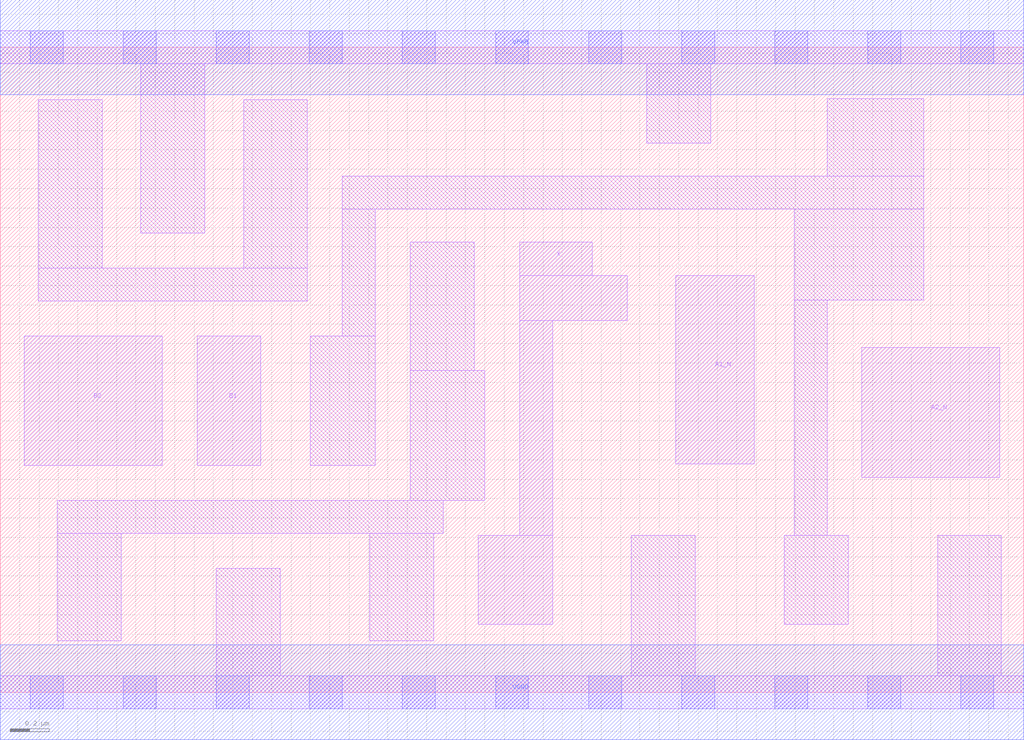
<source format=lef>
# Copyright 2020 The SkyWater PDK Authors
#
# Licensed under the Apache License, Version 2.0 (the "License");
# you may not use this file except in compliance with the License.
# You may obtain a copy of the License at
#
#     https://www.apache.org/licenses/LICENSE-2.0
#
# Unless required by applicable law or agreed to in writing, software
# distributed under the License is distributed on an "AS IS" BASIS,
# WITHOUT WARRANTIES OR CONDITIONS OF ANY KIND, either express or implied.
# See the License for the specific language governing permissions and
# limitations under the License.
#
# SPDX-License-Identifier: Apache-2.0

VERSION 5.7 ;
  NAMESCASESENSITIVE ON ;
  NOWIREEXTENSIONATPIN ON ;
  DIVIDERCHAR "/" ;
  BUSBITCHARS "[]" ;
UNITS
  DATABASE MICRONS 200 ;
END UNITS
MACRO sky130_fd_sc_lp__a2bb2o_lp
  CLASS CORE ;
  FOREIGN sky130_fd_sc_lp__a2bb2o_lp ;
  ORIGIN  0.000000  0.000000 ;
  SIZE  5.280000 BY  3.330000 ;
  SYMMETRY X Y R90 ;
  SITE unit ;
  PIN A1_N
    ANTENNAGATEAREA  0.376000 ;
    DIRECTION INPUT ;
    USE SIGNAL ;
    PORT
      LAYER li1 ;
        RECT 3.485000 1.180000 3.890000 2.150000 ;
    END
  END A1_N
  PIN A2_N
    ANTENNAGATEAREA  0.376000 ;
    DIRECTION INPUT ;
    USE SIGNAL ;
    PORT
      LAYER li1 ;
        RECT 4.445000 1.110000 5.155000 1.780000 ;
    END
  END A2_N
  PIN B1
    ANTENNAGATEAREA  0.313000 ;
    DIRECTION INPUT ;
    USE SIGNAL ;
    PORT
      LAYER li1 ;
        RECT 1.015000 1.170000 1.345000 1.840000 ;
    END
  END B1
  PIN B2
    ANTENNAGATEAREA  0.313000 ;
    DIRECTION INPUT ;
    USE SIGNAL ;
    PORT
      LAYER li1 ;
        RECT 0.125000 1.170000 0.835000 1.840000 ;
    END
  END B2
  PIN X
    ANTENNADIFFAREA  0.404700 ;
    DIRECTION OUTPUT ;
    USE SIGNAL ;
    PORT
      LAYER li1 ;
        RECT 2.465000 0.350000 2.850000 0.810000 ;
        RECT 2.680000 0.810000 2.850000 1.920000 ;
        RECT 2.680000 1.920000 3.235000 2.150000 ;
        RECT 2.680000 2.150000 3.055000 2.325000 ;
    END
  END X
  PIN VGND
    DIRECTION INOUT ;
    USE GROUND ;
    PORT
      LAYER met1 ;
        RECT 0.000000 -0.245000 5.280000 0.245000 ;
    END
  END VGND
  PIN VPWR
    DIRECTION INOUT ;
    USE POWER ;
    PORT
      LAYER met1 ;
        RECT 0.000000 3.085000 5.280000 3.575000 ;
    END
  END VPWR
  OBS
    LAYER li1 ;
      RECT 0.000000 -0.085000 5.280000 0.085000 ;
      RECT 0.000000  3.245000 5.280000 3.415000 ;
      RECT 0.195000  2.020000 1.585000 2.190000 ;
      RECT 0.195000  2.190000 0.525000 3.060000 ;
      RECT 0.295000  0.265000 0.625000 0.820000 ;
      RECT 0.295000  0.820000 2.285000 0.990000 ;
      RECT 0.725000  2.370000 1.055000 3.245000 ;
      RECT 1.115000  0.085000 1.445000 0.640000 ;
      RECT 1.255000  2.190000 1.585000 3.060000 ;
      RECT 1.600000  1.170000 1.935000 1.840000 ;
      RECT 1.765000  1.840000 1.935000 2.495000 ;
      RECT 1.765000  2.495000 4.765000 2.665000 ;
      RECT 1.905000  0.265000 2.235000 0.820000 ;
      RECT 2.115000  0.990000 2.500000 1.660000 ;
      RECT 2.115000  1.660000 2.445000 2.325000 ;
      RECT 3.255000  0.085000 3.585000 0.810000 ;
      RECT 3.335000  2.835000 3.665000 3.245000 ;
      RECT 4.045000  0.350000 4.375000 0.810000 ;
      RECT 4.095000  0.810000 4.265000 2.025000 ;
      RECT 4.095000  2.025000 4.765000 2.495000 ;
      RECT 4.265000  2.665000 4.765000 3.065000 ;
      RECT 4.835000  0.085000 5.165000 0.810000 ;
    LAYER mcon ;
      RECT 0.155000 -0.085000 0.325000 0.085000 ;
      RECT 0.155000  3.245000 0.325000 3.415000 ;
      RECT 0.635000 -0.085000 0.805000 0.085000 ;
      RECT 0.635000  3.245000 0.805000 3.415000 ;
      RECT 1.115000 -0.085000 1.285000 0.085000 ;
      RECT 1.115000  3.245000 1.285000 3.415000 ;
      RECT 1.595000 -0.085000 1.765000 0.085000 ;
      RECT 1.595000  3.245000 1.765000 3.415000 ;
      RECT 2.075000 -0.085000 2.245000 0.085000 ;
      RECT 2.075000  3.245000 2.245000 3.415000 ;
      RECT 2.555000 -0.085000 2.725000 0.085000 ;
      RECT 2.555000  3.245000 2.725000 3.415000 ;
      RECT 3.035000 -0.085000 3.205000 0.085000 ;
      RECT 3.035000  3.245000 3.205000 3.415000 ;
      RECT 3.515000 -0.085000 3.685000 0.085000 ;
      RECT 3.515000  3.245000 3.685000 3.415000 ;
      RECT 3.995000 -0.085000 4.165000 0.085000 ;
      RECT 3.995000  3.245000 4.165000 3.415000 ;
      RECT 4.475000 -0.085000 4.645000 0.085000 ;
      RECT 4.475000  3.245000 4.645000 3.415000 ;
      RECT 4.955000 -0.085000 5.125000 0.085000 ;
      RECT 4.955000  3.245000 5.125000 3.415000 ;
  END
END sky130_fd_sc_lp__a2bb2o_lp
END LIBRARY

</source>
